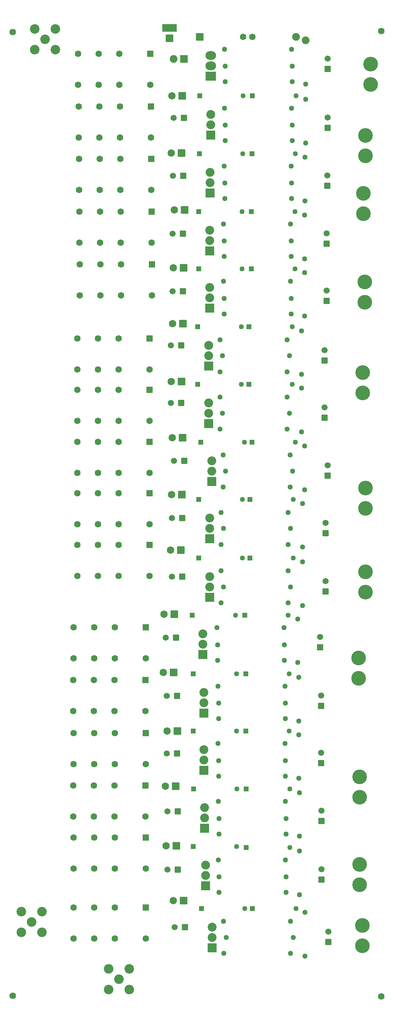
<source format=gbs>
G04 Layer: BottomSolderMaskLayer*
G04 EasyEDA v6.5.39, 2023-12-18 16:16:31*
G04 0a3b229aafce46c6802f92c5d4cde22f,84f6a191e6f14c5fb88c895b5cbe8e50,10*
G04 Gerber Generator version 0.2*
G04 Scale: 100 percent, Rotated: No, Reflected: No *
G04 Dimensions in inches *
G04 leading zeros omitted , absolute positions ,3 integer and 6 decimal *
%FSLAX36Y36*%
%MOIN*%

%AMMACRO1*1,1,$1,$2,$3*1,1,$1,$4,$5*1,1,$1,0-$2,0-$3*1,1,$1,0-$4,0-$5*20,1,$1,$2,$3,$4,$5,0*20,1,$1,$4,$5,0-$2,0-$3,0*20,1,$1,0-$2,0-$3,0-$4,0-$5,0*20,1,$1,0-$4,0-$5,$2,$3,0*4,1,4,$2,$3,$4,$5,0-$2,0-$3,0-$4,0-$5,$2,$3,0*%
%ADD10C,0.0512*%
%ADD11C,0.0926*%
%ADD12C,0.0631*%
%ADD13MACRO1,0.004X0.0295X-0.0295X-0.0295X-0.0295*%
%ADD14MACRO1,0.004X-0.0226X0.0226X0.0226X0.0226*%
%ADD15C,0.0493*%
%ADD16C,0.0136*%
%ADD17C,0.0597*%
%ADD18MACRO1,0.004X0.0279X-0.0279X-0.0279X-0.0279*%
%ADD19MACRO1,0.004X0.0279X0.0279X0.0279X-0.0279*%
%ADD20R,0.0855X0.0855*%
%ADD21C,0.0855*%
%ADD22MACRO1,0.004X0.034X-0.034X-0.034X-0.034*%
%ADD23C,0.0719*%
%ADD24C,0.1418*%
%ADD25MACRO1,0.004X0.0689X0.0344X0.0689X-0.0344*%
%ADD26MACRO1,0.004X0.034X0.034X0.034X-0.034*%
%ADD27MACRO1,0.004X-0.0344X0.0344X0.0344X0.0344*%
%ADD28C,0.0749*%
%ADD29MACRO1,0.004X0.0354X0.0354X0.0354X-0.0354*%
%ADD30R,0.1024X0.0855*%
%ADD31O,0.102425X0.085496*%
%ADD32C,0.0640*%

%LPD*%
D10*
G01*
X2175000Y9275000D03*
G01*
X2824610Y9275000D03*
D11*
G01*
X435000Y9370000D03*
G01*
X535000Y9270000D03*
G01*
X535000Y9470000D03*
G01*
X335000Y9470000D03*
G01*
X335000Y9270000D03*
G01*
X1050000Y380000D03*
G01*
X1250000Y380000D03*
G01*
X1250000Y180000D03*
G01*
X1050000Y180000D03*
G01*
X1150000Y280000D03*
G01*
X202500Y934840D03*
G01*
X402500Y934840D03*
G01*
X402500Y734840D03*
G01*
X202500Y734840D03*
G01*
X302500Y834840D03*
D12*
G01*
X1410000Y675000D03*
G01*
X1110000Y675000D03*
G01*
X910000Y675000D03*
G01*
X710000Y675000D03*
G01*
X710000Y975000D03*
G01*
X910000Y975000D03*
G01*
X1110000Y975000D03*
D13*
G01*
X1410000Y975000D03*
D10*
G01*
X2165000Y840000D03*
G01*
X2814610Y840000D03*
G01*
X2190000Y685000D03*
G01*
X2839610Y685000D03*
D14*
G01*
X1950000Y965000D03*
D15*
G01*
X2371259Y965000D03*
D14*
G01*
X2445000Y965000D03*
D15*
G01*
X2866259Y965000D03*
D17*
G01*
X3180000Y740000D03*
D18*
G01*
X3180000Y640000D03*
D19*
G01*
X1790000Y785000D03*
D17*
G01*
X1690000Y785000D03*
D10*
G01*
X2815000Y530000D03*
G01*
X2165390Y530000D03*
D20*
G01*
X2055000Y585000D03*
D21*
G01*
X2055000Y685000D03*
G01*
X2055000Y785000D03*
D10*
G01*
X2955000Y505000D03*
G01*
X2955000Y926260D03*
D22*
G01*
X1776830Y1040670D03*
D23*
G01*
X1676830Y1040670D03*
D24*
G01*
X3510000Y605000D03*
G01*
X3510000Y801850D03*
G01*
X3540000Y4025000D03*
G01*
X3540000Y4221849D03*
G01*
X3540000Y4835000D03*
G01*
X3540000Y5031849D03*
G01*
X3515000Y5950000D03*
G01*
X3515000Y6146849D03*
G01*
X3485000Y1195000D03*
G01*
X3485000Y1391850D03*
G01*
X3485000Y2040000D03*
G01*
X3485000Y2236850D03*
G01*
X3535000Y7025000D03*
G01*
X3535000Y6828150D03*
G01*
X3520000Y7880000D03*
G01*
X3520000Y7683150D03*
G01*
X3540000Y8440000D03*
G01*
X3540000Y8243150D03*
D23*
G01*
X1651830Y4430670D03*
D22*
G01*
X1751830Y4430670D03*
D23*
G01*
X1661830Y4965670D03*
D22*
G01*
X1761830Y4965670D03*
D23*
G01*
X1666830Y5515670D03*
D22*
G01*
X1766830Y5515670D03*
G01*
X1756830Y6060670D03*
D23*
G01*
X1656830Y6060670D03*
D22*
G01*
X1771830Y6620670D03*
D23*
G01*
X1671830Y6620670D03*
D22*
G01*
X1706830Y1570670D03*
D23*
G01*
X1606830Y1570670D03*
D22*
G01*
X1701830Y2145670D03*
D23*
G01*
X1601830Y2145670D03*
D22*
G01*
X1716830Y2680670D03*
D23*
G01*
X1616830Y2680670D03*
D22*
G01*
X1681830Y3245670D03*
D23*
G01*
X1581830Y3245670D03*
G01*
X1656830Y8270670D03*
D22*
G01*
X1756830Y8270670D03*
G01*
X1686830Y3810670D03*
D23*
G01*
X1586830Y3810670D03*
G01*
X1676830Y7160670D03*
D22*
G01*
X1776830Y7160670D03*
D23*
G01*
X1686830Y7720670D03*
D22*
G01*
X1786830Y7720670D03*
G01*
X1765000Y8825000D03*
D23*
G01*
X1665000Y8825000D03*
D25*
G01*
X1640000Y9480000D03*
D26*
G01*
X1640000Y9380000D03*
D10*
G01*
X2950000Y6693740D03*
G01*
X2950000Y7115000D03*
D20*
G01*
X2030000Y6770000D03*
D21*
G01*
X2030000Y6870000D03*
G01*
X2030000Y6970000D03*
D10*
G01*
X2820000Y6715000D03*
G01*
X2170390Y6715000D03*
D18*
G01*
X3165000Y6840000D03*
D17*
G01*
X3165000Y6940000D03*
D19*
G01*
X1770000Y6935000D03*
D17*
G01*
X1670000Y6935000D03*
D14*
G01*
X2435000Y7150000D03*
D15*
G01*
X2856259Y7150000D03*
D14*
G01*
X1923740Y7150000D03*
D15*
G01*
X2345000Y7150000D03*
D10*
G01*
X2170390Y6865000D03*
G01*
X2820000Y6865000D03*
G01*
X2165000Y7030000D03*
G01*
X2814610Y7030000D03*
G01*
X2950000Y7248740D03*
G01*
X2950000Y7670000D03*
D20*
G01*
X2030000Y7325000D03*
D21*
G01*
X2030000Y7425000D03*
G01*
X2030000Y7525000D03*
D10*
G01*
X2820000Y7270000D03*
G01*
X2170390Y7270000D03*
D18*
G01*
X3165000Y7395000D03*
D17*
G01*
X3165000Y7495000D03*
D19*
G01*
X1770000Y7490000D03*
D17*
G01*
X1670000Y7490000D03*
D14*
G01*
X2435000Y7705000D03*
D15*
G01*
X2856259Y7705000D03*
D14*
G01*
X1923740Y7705000D03*
D15*
G01*
X2345000Y7705000D03*
D10*
G01*
X2170390Y7420000D03*
G01*
X2820000Y7420000D03*
G01*
X2165000Y7585000D03*
G01*
X2814610Y7585000D03*
G01*
X2955000Y7808740D03*
G01*
X2955000Y8230000D03*
D20*
G01*
X2035000Y7885000D03*
D21*
G01*
X2035000Y7985000D03*
G01*
X2035000Y8085000D03*
D10*
G01*
X2825000Y7830000D03*
G01*
X2175390Y7830000D03*
D18*
G01*
X3170000Y7955000D03*
D17*
G01*
X3170000Y8055000D03*
D19*
G01*
X1775000Y8050000D03*
D17*
G01*
X1675000Y8050000D03*
D14*
G01*
X2440000Y8265000D03*
D15*
G01*
X2861259Y8265000D03*
D14*
G01*
X1928740Y8265000D03*
D15*
G01*
X2350000Y8265000D03*
D10*
G01*
X2175390Y7980000D03*
G01*
X2825000Y7980000D03*
G01*
X2170000Y8145000D03*
G01*
X2819610Y8145000D03*
G01*
X2960000Y8368740D03*
G01*
X2960000Y8790000D03*
D20*
G01*
X2040000Y8445000D03*
D21*
G01*
X2040000Y8545000D03*
G01*
X2040000Y8645000D03*
D10*
G01*
X2830000Y8390000D03*
G01*
X2180390Y8390000D03*
D18*
G01*
X3175000Y8515000D03*
D17*
G01*
X3175000Y8615000D03*
G01*
X1680000Y8610000D03*
D19*
G01*
X1780000Y8610000D03*
D14*
G01*
X2445000Y8825000D03*
D15*
G01*
X2866259Y8825000D03*
D14*
G01*
X1933740Y8825000D03*
D15*
G01*
X2355000Y8825000D03*
D10*
G01*
X2180390Y8540000D03*
G01*
X2830000Y8540000D03*
G01*
X2175000Y8705000D03*
G01*
X2824610Y8705000D03*
G01*
X2180390Y9110000D03*
G01*
X2830000Y9110000D03*
D12*
G01*
X2355000Y9395000D03*
D27*
G01*
X1933740Y9395000D03*
D12*
G01*
X2445000Y9395000D03*
D28*
G01*
X2866259Y9395000D03*
D29*
G01*
X1780000Y9180000D03*
D28*
G01*
X1680000Y9180000D03*
D18*
G01*
X3175000Y9085000D03*
D17*
G01*
X3175000Y9185000D03*
D10*
G01*
X2830000Y8960000D03*
G01*
X2180390Y8960000D03*
D30*
G01*
X2040000Y9015000D03*
D31*
G01*
X2040000Y9115000D03*
G01*
X2040000Y9215000D03*
D10*
G01*
X2960000Y8938740D03*
D28*
G01*
X2960000Y9360000D03*
D10*
G01*
X2764610Y1435000D03*
G01*
X2115000Y1435000D03*
G01*
X2770000Y1270000D03*
G01*
X2120390Y1270000D03*
D15*
G01*
X2290000Y1565000D03*
D14*
G01*
X1868740Y1565000D03*
D15*
G01*
X2806259Y1555000D03*
D14*
G01*
X2385000Y1555000D03*
D17*
G01*
X1620000Y1340000D03*
D19*
G01*
X1720000Y1340000D03*
D17*
G01*
X3115000Y1345000D03*
D18*
G01*
X3115000Y1245000D03*
D10*
G01*
X2120390Y1120000D03*
G01*
X2770000Y1120000D03*
D21*
G01*
X1990000Y1385000D03*
G01*
X1990000Y1285000D03*
D20*
G01*
X1990000Y1185000D03*
D10*
G01*
X2900000Y1520000D03*
G01*
X2900000Y1098740D03*
G01*
X2764610Y2000000D03*
G01*
X2115000Y2000000D03*
G01*
X2770000Y1835000D03*
G01*
X2120390Y1835000D03*
D15*
G01*
X2295000Y2120000D03*
D14*
G01*
X1873740Y2120000D03*
D15*
G01*
X2806259Y2120000D03*
D14*
G01*
X2385000Y2120000D03*
D17*
G01*
X1620000Y1905000D03*
D19*
G01*
X1720000Y1905000D03*
D17*
G01*
X3115000Y1910000D03*
D18*
G01*
X3115000Y1810000D03*
D10*
G01*
X2120390Y1685000D03*
G01*
X2770000Y1685000D03*
D21*
G01*
X1980000Y1940000D03*
G01*
X1980000Y1840000D03*
D20*
G01*
X1980000Y1740000D03*
D10*
G01*
X2900000Y2085000D03*
G01*
X2900000Y1663740D03*
G01*
X2895000Y2645000D03*
G01*
X2895000Y2223740D03*
D21*
G01*
X1975000Y2500000D03*
G01*
X1975000Y2400000D03*
D20*
G01*
X1975000Y2300000D03*
D10*
G01*
X2115390Y2245000D03*
G01*
X2765000Y2245000D03*
D17*
G01*
X3110000Y2470000D03*
D18*
G01*
X3110000Y2370000D03*
D17*
G01*
X1615000Y2465000D03*
D19*
G01*
X1715000Y2465000D03*
D15*
G01*
X2801259Y2680000D03*
D14*
G01*
X2380000Y2680000D03*
D15*
G01*
X2290000Y2680000D03*
D14*
G01*
X1868740Y2680000D03*
D10*
G01*
X2765000Y2395000D03*
G01*
X2115390Y2395000D03*
G01*
X2759610Y2560000D03*
G01*
X2110000Y2560000D03*
G01*
X2759610Y3115000D03*
G01*
X2110000Y3115000D03*
G01*
X2765000Y2950000D03*
G01*
X2115390Y2950000D03*
D15*
G01*
X2290000Y3235000D03*
D14*
G01*
X1868740Y3235000D03*
D15*
G01*
X2801259Y3235000D03*
D14*
G01*
X2380000Y3235000D03*
D17*
G01*
X1615000Y3020000D03*
D19*
G01*
X1715000Y3020000D03*
D17*
G01*
X3110000Y3025000D03*
D18*
G01*
X3110000Y2925000D03*
D10*
G01*
X2115390Y2800000D03*
G01*
X2765000Y2800000D03*
D21*
G01*
X1975000Y3055000D03*
G01*
X1975000Y2955000D03*
D20*
G01*
X1975000Y2855000D03*
D10*
G01*
X2895000Y3200000D03*
G01*
X2895000Y2778740D03*
G01*
X2930000Y3895000D03*
G01*
X2930000Y4316260D03*
D20*
G01*
X2030000Y3975000D03*
D21*
G01*
X2030000Y4075000D03*
G01*
X2030000Y4175000D03*
D10*
G01*
X2790000Y3920000D03*
G01*
X2140390Y3920000D03*
D17*
G01*
X1665000Y4175000D03*
D19*
G01*
X1765000Y4175000D03*
D18*
G01*
X3155000Y4030000D03*
D17*
G01*
X3155000Y4130000D03*
D15*
G01*
X2841259Y4355000D03*
D14*
G01*
X2420000Y4355000D03*
D15*
G01*
X2346259Y4355000D03*
D14*
G01*
X1925000Y4355000D03*
D10*
G01*
X2814610Y4075000D03*
G01*
X2165000Y4075000D03*
G01*
X2789610Y4230000D03*
G01*
X2140000Y4230000D03*
G01*
X2930000Y4881260D03*
G01*
X2930000Y4460000D03*
D21*
G01*
X2030000Y4740000D03*
G01*
X2030000Y4640000D03*
D20*
G01*
X2030000Y4540000D03*
D10*
G01*
X2790000Y4485000D03*
G01*
X2140390Y4485000D03*
D17*
G01*
X1665000Y4740000D03*
D19*
G01*
X1765000Y4740000D03*
D18*
G01*
X3155000Y4595000D03*
D17*
G01*
X3155000Y4695000D03*
D15*
G01*
X2841259Y4920000D03*
D14*
G01*
X2420000Y4920000D03*
D15*
G01*
X2346259Y4920000D03*
D14*
G01*
X1925000Y4920000D03*
D10*
G01*
X2814610Y4640000D03*
G01*
X2165000Y4640000D03*
G01*
X2789610Y4795000D03*
G01*
X2140000Y4795000D03*
G01*
X2809610Y5350000D03*
G01*
X2160000Y5350000D03*
G01*
X2834610Y5195000D03*
G01*
X2185000Y5195000D03*
D15*
G01*
X2366259Y5475000D03*
D14*
G01*
X1945000Y5475000D03*
D15*
G01*
X2861259Y5475000D03*
D14*
G01*
X2440000Y5475000D03*
D18*
G01*
X3175000Y5150000D03*
D17*
G01*
X3175000Y5250000D03*
G01*
X1685000Y5295000D03*
D19*
G01*
X1785000Y5295000D03*
D10*
G01*
X2160390Y5040000D03*
G01*
X2810000Y5040000D03*
D21*
G01*
X2050000Y5295000D03*
G01*
X2050000Y5195000D03*
D20*
G01*
X2050000Y5095000D03*
D10*
G01*
X2950000Y5436260D03*
G01*
X2950000Y5015000D03*
G01*
X2779610Y5910000D03*
G01*
X2130000Y5910000D03*
G01*
X2804610Y5755000D03*
G01*
X2155000Y5755000D03*
D15*
G01*
X2336259Y6035000D03*
D14*
G01*
X1915000Y6035000D03*
D15*
G01*
X2831259Y6035000D03*
D14*
G01*
X2410000Y6035000D03*
D18*
G01*
X3145000Y5710000D03*
D17*
G01*
X3145000Y5810000D03*
G01*
X1655000Y5855000D03*
D19*
G01*
X1755000Y5855000D03*
D10*
G01*
X2130390Y5600000D03*
G01*
X2780000Y5600000D03*
D21*
G01*
X2020000Y5855000D03*
G01*
X2020000Y5755000D03*
D20*
G01*
X2020000Y5655000D03*
D10*
G01*
X2920000Y5996260D03*
G01*
X2920000Y5575000D03*
G01*
X2920000Y6551260D03*
G01*
X2920000Y6130000D03*
G01*
X2885000Y3765000D03*
G01*
X2885000Y3343740D03*
D12*
G01*
X1455000Y8930000D03*
G01*
X1155000Y8930000D03*
G01*
X955000Y8930000D03*
G01*
X755000Y8930000D03*
G01*
X755000Y9230000D03*
G01*
X955000Y9230000D03*
G01*
X1155000Y9230000D03*
D13*
G01*
X1455000Y9230000D03*
G01*
X1460000Y8720000D03*
D12*
G01*
X1460000Y8420000D03*
G01*
X1160000Y8420000D03*
G01*
X960000Y8420000D03*
G01*
X760000Y8420000D03*
G01*
X760000Y8720000D03*
G01*
X960000Y8720000D03*
G01*
X1160000Y8720000D03*
G01*
X1468170Y7404330D03*
G01*
X1168170Y7404330D03*
G01*
X968170Y7404330D03*
G01*
X768170Y7404330D03*
G01*
X768170Y7704330D03*
G01*
X968170Y7704330D03*
G01*
X1168170Y7704330D03*
D13*
G01*
X1468169Y7704330D03*
D12*
G01*
X1465000Y7915000D03*
G01*
X1165000Y7915000D03*
G01*
X965000Y7915000D03*
G01*
X765000Y7915000D03*
G01*
X765000Y8215000D03*
G01*
X965000Y8215000D03*
G01*
X1165000Y8215000D03*
D13*
G01*
X1465000Y8215000D03*
D12*
G01*
X1470000Y6895000D03*
G01*
X1170000Y6895000D03*
G01*
X970000Y6895000D03*
G01*
X770000Y6895000D03*
G01*
X770000Y7195000D03*
G01*
X970000Y7195000D03*
G01*
X1170000Y7195000D03*
D13*
G01*
X1470000Y7195000D03*
G01*
X1446830Y4480670D03*
D12*
G01*
X1146830Y4480670D03*
G01*
X946829Y4480670D03*
G01*
X746829Y4480670D03*
G01*
X746829Y4180670D03*
G01*
X946829Y4180670D03*
G01*
X1146830Y4180670D03*
G01*
X1446830Y4180670D03*
D13*
G01*
X1410000Y1650000D03*
D12*
G01*
X1110000Y1650000D03*
G01*
X910000Y1650000D03*
G01*
X710000Y1650000D03*
G01*
X710000Y1350000D03*
G01*
X910000Y1350000D03*
G01*
X1110000Y1350000D03*
G01*
X1410000Y1350000D03*
D13*
G01*
X1446830Y5475670D03*
D12*
G01*
X1146830Y5475670D03*
G01*
X946829Y5475670D03*
G01*
X746829Y5475670D03*
G01*
X746829Y5175670D03*
G01*
X946829Y5175670D03*
G01*
X1146830Y5175670D03*
G01*
X1446830Y5175670D03*
D13*
G01*
X1410000Y2660000D03*
D12*
G01*
X1110000Y2660000D03*
G01*
X910000Y2660000D03*
G01*
X710000Y2660000D03*
G01*
X710000Y2360000D03*
G01*
X910000Y2360000D03*
G01*
X1110000Y2360000D03*
G01*
X1410000Y2360000D03*
D13*
G01*
X1408169Y2154330D03*
D12*
G01*
X1108170Y2154330D03*
G01*
X908170Y2154330D03*
G01*
X708170Y2154330D03*
G01*
X708170Y1854330D03*
G01*
X908170Y1854330D03*
G01*
X1108170Y1854330D03*
G01*
X1408170Y1854330D03*
G01*
X1446830Y4680670D03*
G01*
X1146830Y4680670D03*
G01*
X946829Y4680670D03*
G01*
X746829Y4680670D03*
G01*
X746829Y4980670D03*
G01*
X946829Y4980670D03*
G01*
X1146830Y4980670D03*
D13*
G01*
X1446830Y4980670D03*
D12*
G01*
X1446830Y5680670D03*
G01*
X1146830Y5680670D03*
G01*
X946829Y5680670D03*
G01*
X746829Y5680670D03*
G01*
X746829Y5980670D03*
G01*
X946829Y5980670D03*
G01*
X1146830Y5980670D03*
D13*
G01*
X1446830Y5980670D03*
D12*
G01*
X1108170Y3174330D03*
G01*
X908170Y3174330D03*
G01*
X708170Y3174330D03*
G01*
X708170Y2874330D03*
G01*
X908170Y2874330D03*
G01*
X1108170Y2874330D03*
G01*
X1408170Y2874330D03*
D13*
G01*
X1408169Y3174330D03*
G01*
X1446830Y6475670D03*
D12*
G01*
X1146830Y6475670D03*
G01*
X946829Y6475670D03*
G01*
X746829Y6475670D03*
G01*
X746829Y6175670D03*
G01*
X946829Y6175670D03*
G01*
X1146830Y6175670D03*
G01*
X1446830Y6175670D03*
D13*
G01*
X1410000Y3685000D03*
D12*
G01*
X1110000Y3685000D03*
G01*
X910000Y3685000D03*
G01*
X710000Y3685000D03*
G01*
X710000Y3385000D03*
G01*
X910000Y3385000D03*
G01*
X1110000Y3385000D03*
G01*
X1410000Y3385000D03*
D21*
G01*
X2020000Y6410000D03*
G01*
X2020000Y6310000D03*
D20*
G01*
X2020000Y6210000D03*
D10*
G01*
X2130390Y6155000D03*
G01*
X2780000Y6155000D03*
D24*
G01*
X3590000Y9130000D03*
G01*
X3590000Y8933150D03*
G01*
X3475000Y3386850D03*
G01*
X3475000Y3190000D03*
D21*
G01*
X1965000Y3620000D03*
G01*
X1965000Y3520000D03*
D20*
G01*
X1965000Y3420000D03*
D10*
G01*
X2105390Y3365000D03*
G01*
X2755000Y3365000D03*
D17*
G01*
X1655000Y6410000D03*
D19*
G01*
X1755000Y6410000D03*
D18*
G01*
X3145000Y6265000D03*
D17*
G01*
X3145000Y6365000D03*
G01*
X3100000Y3590000D03*
D18*
G01*
X3100000Y3490000D03*
D17*
G01*
X1605000Y3585000D03*
D19*
G01*
X1705000Y3585000D03*
D15*
G01*
X2831259Y6590000D03*
D14*
G01*
X2410000Y6590000D03*
D15*
G01*
X2336259Y6590000D03*
D14*
G01*
X1915000Y6590000D03*
D15*
G01*
X2791259Y3800000D03*
D14*
G01*
X2370000Y3800000D03*
D15*
G01*
X2280000Y3800000D03*
D14*
G01*
X1858740Y3800000D03*
D10*
G01*
X2804610Y6310000D03*
G01*
X2155000Y6310000D03*
G01*
X2755000Y3515000D03*
G01*
X2105390Y3515000D03*
G01*
X2779610Y6465000D03*
G01*
X2130000Y6465000D03*
G01*
X2749610Y3680000D03*
G01*
X2100000Y3680000D03*
D32*
G01*
X120000Y9440000D03*
G01*
X3694629Y115000D03*
G01*
X120000Y120000D03*
G01*
X3695000Y9450000D03*
M02*

</source>
